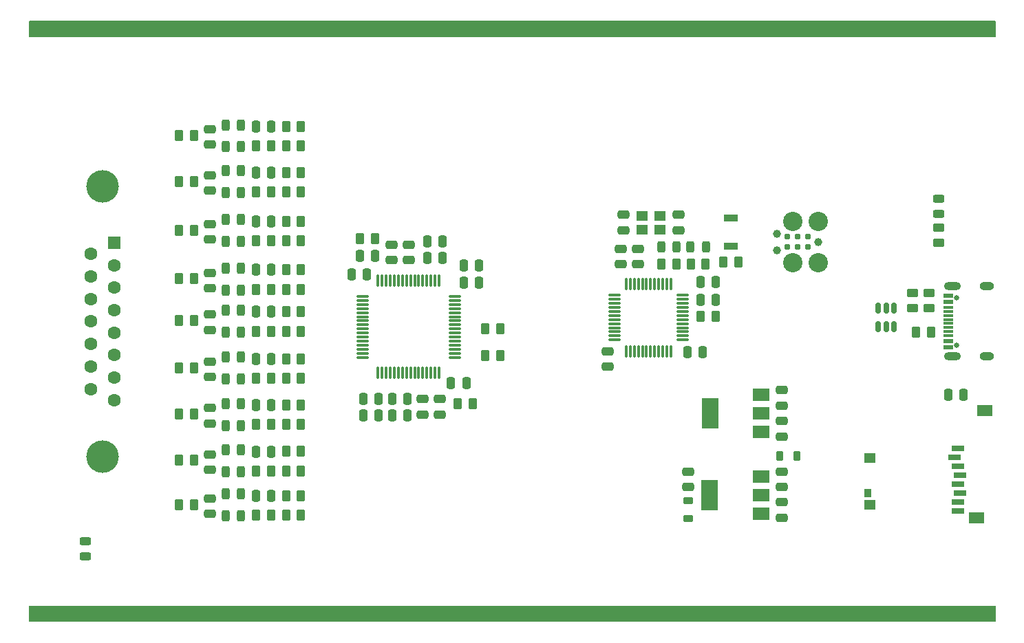
<source format=gbr>
%TF.GenerationSoftware,KiCad,Pcbnew,(7.0.0-0)*%
%TF.CreationDate,2023-03-23T21:01:42+01:00*%
%TF.ProjectId,SimpleECG_v0,53696d70-6c65-4454-9347-5f76302e6b69,rev?*%
%TF.SameCoordinates,Original*%
%TF.FileFunction,Soldermask,Top*%
%TF.FilePolarity,Negative*%
%FSLAX46Y46*%
G04 Gerber Fmt 4.6, Leading zero omitted, Abs format (unit mm)*
G04 Created by KiCad (PCBNEW (7.0.0-0)) date 2023-03-23 21:01:42*
%MOMM*%
%LPD*%
G01*
G04 APERTURE LIST*
G04 Aperture macros list*
%AMRoundRect*
0 Rectangle with rounded corners*
0 $1 Rounding radius*
0 $2 $3 $4 $5 $6 $7 $8 $9 X,Y pos of 4 corners*
0 Add a 4 corners polygon primitive as box body*
4,1,4,$2,$3,$4,$5,$6,$7,$8,$9,$2,$3,0*
0 Add four circle primitives for the rounded corners*
1,1,$1+$1,$2,$3*
1,1,$1+$1,$4,$5*
1,1,$1+$1,$6,$7*
1,1,$1+$1,$8,$9*
0 Add four rect primitives between the rounded corners*
20,1,$1+$1,$2,$3,$4,$5,0*
20,1,$1+$1,$4,$5,$6,$7,0*
20,1,$1+$1,$6,$7,$8,$9,0*
20,1,$1+$1,$8,$9,$2,$3,0*%
G04 Aperture macros list end*
%ADD10RoundRect,0.250000X-0.262500X-0.450000X0.262500X-0.450000X0.262500X0.450000X-0.262500X0.450000X0*%
%ADD11RoundRect,0.243750X-0.243750X-0.456250X0.243750X-0.456250X0.243750X0.456250X-0.243750X0.456250X0*%
%ADD12RoundRect,0.243750X0.243750X0.456250X-0.243750X0.456250X-0.243750X-0.456250X0.243750X-0.456250X0*%
%ADD13RoundRect,0.250000X0.475000X-0.250000X0.475000X0.250000X-0.475000X0.250000X-0.475000X-0.250000X0*%
%ADD14R,1.700000X0.900000*%
%ADD15RoundRect,0.250000X-0.475000X0.250000X-0.475000X-0.250000X0.475000X-0.250000X0.475000X0.250000X0*%
%ADD16RoundRect,0.250000X0.262500X0.450000X-0.262500X0.450000X-0.262500X-0.450000X0.262500X-0.450000X0*%
%ADD17RoundRect,0.150000X0.150000X-0.512500X0.150000X0.512500X-0.150000X0.512500X-0.150000X-0.512500X0*%
%ADD18RoundRect,0.250000X-0.250000X-0.475000X0.250000X-0.475000X0.250000X0.475000X-0.250000X0.475000X0*%
%ADD19R,2.000000X1.500000*%
%ADD20R,2.000000X3.800000*%
%ADD21RoundRect,0.250000X0.250000X0.475000X-0.250000X0.475000X-0.250000X-0.475000X0.250000X-0.475000X0*%
%ADD22R,1.400000X1.200000*%
%ADD23RoundRect,0.218750X0.218750X0.381250X-0.218750X0.381250X-0.218750X-0.381250X0.218750X-0.381250X0*%
%ADD24C,2.374900*%
%ADD25C,0.990600*%
%ADD26C,0.787400*%
%ADD27C,4.000000*%
%ADD28R,1.600000X1.600000*%
%ADD29C,1.600000*%
%ADD30C,0.650000*%
%ADD31R,1.150000X0.600000*%
%ADD32R,1.150000X0.300000*%
%ADD33O,2.100000X1.000000*%
%ADD34O,1.800000X1.000000*%
%ADD35RoundRect,0.243750X-0.456250X0.243750X-0.456250X-0.243750X0.456250X-0.243750X0.456250X0.243750X0*%
%ADD36R,1.500000X0.800000*%
%ADD37R,0.950000X1.000000*%
%ADD38R,1.400000X1.300000*%
%ADD39R,1.900000X1.400000*%
%ADD40RoundRect,0.250000X0.450000X-0.262500X0.450000X0.262500X-0.450000X0.262500X-0.450000X-0.262500X0*%
%ADD41RoundRect,0.250000X-0.450000X0.262500X-0.450000X-0.262500X0.450000X-0.262500X0.450000X0.262500X0*%
%ADD42RoundRect,0.075000X-0.662500X-0.075000X0.662500X-0.075000X0.662500X0.075000X-0.662500X0.075000X0*%
%ADD43RoundRect,0.075000X-0.075000X-0.662500X0.075000X-0.662500X0.075000X0.662500X-0.075000X0.662500X0*%
%ADD44RoundRect,0.218750X0.381250X-0.218750X0.381250X0.218750X-0.381250X0.218750X-0.381250X-0.218750X0*%
%ADD45RoundRect,0.075000X-0.075000X0.662500X-0.075000X-0.662500X0.075000X-0.662500X0.075000X0.662500X0*%
%ADD46RoundRect,0.075000X-0.662500X0.075000X-0.662500X-0.075000X0.662500X-0.075000X0.662500X0.075000X0*%
G04 APERTURE END LIST*
D10*
%TO.C,R31*%
X85000000Y-68693750D03*
X86825000Y-68693750D03*
%TD*%
D11*
%TO.C,D18*%
X77575000Y-68793750D03*
X79450000Y-68793750D03*
%TD*%
D12*
%TO.C,D15*%
X79450000Y-77243750D03*
X77575000Y-77243750D03*
%TD*%
D13*
%TO.C,C5*%
X126180000Y-48970000D03*
X126180000Y-47070000D03*
%TD*%
D14*
%TO.C,SW1*%
X139704999Y-46699999D03*
X139704999Y-43299999D03*
%TD*%
D15*
%TO.C,C15*%
X75612500Y-43993750D03*
X75612500Y-45893750D03*
%TD*%
D16*
%TO.C,R24*%
X86825000Y-31993750D03*
X85000000Y-31993750D03*
%TD*%
D10*
%TO.C,R14*%
X71800000Y-44743750D03*
X73625000Y-44743750D03*
%TD*%
D17*
%TO.C,U5*%
X157850000Y-56637500D03*
X158800000Y-56637500D03*
X159750000Y-56637500D03*
X159750000Y-54362500D03*
X158800000Y-54362500D03*
X157850000Y-54362500D03*
%TD*%
D10*
%TO.C,R47*%
X81287500Y-74406250D03*
X83112500Y-74406250D03*
%TD*%
D18*
%TO.C,C46*%
X166450000Y-65000000D03*
X168350000Y-65000000D03*
%TD*%
D10*
%TO.C,R11*%
X71800000Y-50743750D03*
X73625000Y-50743750D03*
%TD*%
D16*
%TO.C,R37*%
X111312500Y-60200000D03*
X109487500Y-60200000D03*
%TD*%
D10*
%TO.C,R43*%
X81287500Y-40050000D03*
X83112500Y-40050000D03*
%TD*%
D13*
%TO.C,C1*%
X128280000Y-48970000D03*
X128280000Y-47070000D03*
%TD*%
D11*
%TO.C,D2*%
X134742500Y-46820000D03*
X136617500Y-46820000D03*
%TD*%
D10*
%TO.C,R32*%
X71800000Y-73100000D03*
X73625000Y-73100000D03*
%TD*%
D19*
%TO.C,U2*%
X143449999Y-69599999D03*
X143449999Y-67299999D03*
D20*
X137149999Y-67299999D03*
D19*
X143449999Y-64999999D03*
%TD*%
D13*
%TO.C,C8*%
X126480000Y-44770000D03*
X126480000Y-42870000D03*
%TD*%
D11*
%TO.C,D16*%
X77575000Y-79943750D03*
X79450000Y-79943750D03*
%TD*%
D15*
%TO.C,C40*%
X101800000Y-65550000D03*
X101800000Y-67450000D03*
%TD*%
D19*
%TO.C,U4*%
X143399999Y-79656249D03*
X143399999Y-77356249D03*
D20*
X137099999Y-77356249D03*
D19*
X143399999Y-75056249D03*
%TD*%
D13*
%TO.C,C47*%
X134450000Y-76406250D03*
X134450000Y-74506250D03*
%TD*%
D18*
%TO.C,C6*%
X135950000Y-53300000D03*
X137850000Y-53300000D03*
%TD*%
D21*
%TO.C,C31*%
X99950000Y-67600000D03*
X98050000Y-67600000D03*
%TD*%
D11*
%TO.C,D6*%
X77575000Y-52143750D03*
X79450000Y-52143750D03*
%TD*%
D22*
%TO.C,Y1*%
X130979999Y-42969999D03*
X128779999Y-42969999D03*
X128779999Y-44669999D03*
X130979999Y-44669999D03*
%TD*%
D18*
%TO.C,C37*%
X105250000Y-63600000D03*
X107150000Y-63600000D03*
%TD*%
%TO.C,C24*%
X81250000Y-77450000D03*
X83150000Y-77450000D03*
%TD*%
D23*
%TO.C,FB1*%
X147812500Y-72556250D03*
X145687500Y-72556250D03*
%TD*%
D10*
%TO.C,R36*%
X94087500Y-45800000D03*
X95912500Y-45800000D03*
%TD*%
%TO.C,R20*%
X71800000Y-38743750D03*
X73625000Y-38743750D03*
%TD*%
D16*
%TO.C,R35*%
X107925000Y-66100000D03*
X106100000Y-66100000D03*
%TD*%
D10*
%TO.C,R42*%
X81287500Y-63000000D03*
X83112500Y-63000000D03*
%TD*%
D11*
%TO.C,D12*%
X77575000Y-40143750D03*
X79450000Y-40143750D03*
%TD*%
D12*
%TO.C,D5*%
X79450000Y-49443750D03*
X77575000Y-49443750D03*
%TD*%
D15*
%TO.C,C23*%
X75612500Y-77793750D03*
X75612500Y-79693750D03*
%TD*%
D24*
%TO.C,TC1*%
X150490000Y-48740000D03*
D25*
X150490000Y-46200000D03*
D24*
X150490000Y-43660000D03*
X147315000Y-48740000D03*
X147315000Y-43660000D03*
D25*
X145410000Y-47216000D03*
X145410000Y-45184000D03*
D26*
X149220000Y-45565000D03*
X149220000Y-46835000D03*
X147950000Y-45565000D03*
X147950000Y-46835000D03*
X146680000Y-45565000D03*
X146680000Y-46835000D03*
%TD*%
D15*
%TO.C,C10*%
X146000000Y-68260000D03*
X146000000Y-70160000D03*
%TD*%
D10*
%TO.C,R29*%
X71800000Y-67393750D03*
X73625000Y-67393750D03*
%TD*%
D15*
%TO.C,C7*%
X133280000Y-42870000D03*
X133280000Y-44770000D03*
%TD*%
D27*
%TO.C,J2*%
X62420000Y-39345000D03*
X62420000Y-72645000D03*
D28*
X63839999Y-46299999D03*
D29*
X63840000Y-49070000D03*
X63840000Y-51840000D03*
X63840000Y-54610000D03*
X63840000Y-57380000D03*
X63840000Y-60150000D03*
X63840000Y-62920000D03*
X63840000Y-65690000D03*
X61000000Y-47685000D03*
X61000000Y-50455000D03*
X61000000Y-53225000D03*
X61000000Y-55995000D03*
X61000000Y-58765000D03*
X61000000Y-61535000D03*
X61000000Y-64305000D03*
%TD*%
D30*
%TO.C,J1*%
X167500000Y-58890000D03*
X167500000Y-53110000D03*
D31*
X166424999Y-59199999D03*
X166424999Y-58399999D03*
D32*
X166424999Y-57249999D03*
X166424999Y-56249999D03*
X166424999Y-55749999D03*
X166424999Y-54749999D03*
D31*
X166424999Y-53599999D03*
X166424999Y-52799999D03*
X166424999Y-52799999D03*
X166424999Y-53599999D03*
D32*
X166424999Y-54249999D03*
X166424999Y-55249999D03*
X166424999Y-56749999D03*
X166424999Y-57749999D03*
D31*
X166424999Y-58399999D03*
X166424999Y-59199999D03*
D33*
X166999999Y-60319999D03*
D34*
X171179999Y-60319999D03*
D33*
X166999999Y-51679999D03*
D34*
X171179999Y-51679999D03*
%TD*%
D10*
%TO.C,R13*%
X85000000Y-52043750D03*
X86825000Y-52043750D03*
%TD*%
D11*
%TO.C,D8*%
X77575000Y-46143750D03*
X79450000Y-46143750D03*
%TD*%
D12*
%TO.C,D17*%
X79450000Y-66093750D03*
X77575000Y-66093750D03*
%TD*%
D10*
%TO.C,R17*%
X71800000Y-61693750D03*
X73625000Y-61693750D03*
%TD*%
D35*
%TO.C,D22*%
X165300000Y-40862500D03*
X165300000Y-42737500D03*
%TD*%
D10*
%TO.C,R45*%
X81287500Y-79850000D03*
X83112500Y-79850000D03*
%TD*%
D18*
%TO.C,C30*%
X94050000Y-47900000D03*
X95950000Y-47900000D03*
%TD*%
D10*
%TO.C,R23*%
X71800000Y-33093750D03*
X73625000Y-33093750D03*
%TD*%
D36*
%TO.C,J3*%
X167659999Y-71659999D03*
X167259999Y-72759999D03*
X167659999Y-73859999D03*
X167859999Y-74959999D03*
X167659999Y-76059999D03*
X167859999Y-77159999D03*
X167659999Y-78259999D03*
X167659999Y-79359999D03*
D37*
X156574999Y-77159999D03*
D38*
X156799999Y-78549999D03*
X156799999Y-72849999D03*
D39*
X170949999Y-66999999D03*
X169949999Y-80149999D03*
%TD*%
D16*
%TO.C,R15*%
X86825000Y-43643750D03*
X85000000Y-43643750D03*
%TD*%
D12*
%TO.C,D3*%
X79450000Y-54593750D03*
X77575000Y-54593750D03*
%TD*%
D10*
%TO.C,R46*%
X81287500Y-68700000D03*
X83112500Y-68700000D03*
%TD*%
D11*
%TO.C,D1*%
X131142500Y-46820000D03*
X133017500Y-46820000D03*
%TD*%
D12*
%TO.C,D9*%
X79450000Y-60393750D03*
X77575000Y-60393750D03*
%TD*%
D10*
%TO.C,R8*%
X71800000Y-55893750D03*
X73625000Y-55893750D03*
%TD*%
D16*
%TO.C,R30*%
X86825000Y-66293750D03*
X85000000Y-66293750D03*
%TD*%
D40*
%TO.C,R48*%
X165300000Y-46312500D03*
X165300000Y-44487500D03*
%TD*%
D18*
%TO.C,C20*%
X81250000Y-37650000D03*
X83150000Y-37650000D03*
%TD*%
D10*
%TO.C,R5*%
X134767500Y-48920000D03*
X136592500Y-48920000D03*
%TD*%
D21*
%TO.C,C43*%
X96350000Y-67600000D03*
X94450000Y-67600000D03*
%TD*%
D11*
%TO.C,D14*%
X77575000Y-34493750D03*
X79450000Y-34493750D03*
%TD*%
D12*
%TO.C,D11*%
X79450000Y-37443750D03*
X77575000Y-37443750D03*
%TD*%
D10*
%TO.C,R26*%
X71800000Y-78543750D03*
X73625000Y-78543750D03*
%TD*%
D18*
%TO.C,C16*%
X81250000Y-43650000D03*
X83150000Y-43650000D03*
%TD*%
D10*
%TO.C,R2*%
X131167500Y-48920000D03*
X132992500Y-48920000D03*
%TD*%
D12*
%TO.C,D19*%
X79450000Y-71800000D03*
X77575000Y-71800000D03*
%TD*%
D10*
%TO.C,R28*%
X85000000Y-79843750D03*
X86825000Y-79843750D03*
%TD*%
D15*
%TO.C,C36*%
X103900000Y-65550000D03*
X103900000Y-67450000D03*
%TD*%
D18*
%TO.C,C39*%
X102350000Y-48200000D03*
X104250000Y-48200000D03*
%TD*%
%TO.C,C14*%
X81250000Y-49650000D03*
X83150000Y-49650000D03*
%TD*%
D10*
%TO.C,R22*%
X85000000Y-40043750D03*
X86825000Y-40043750D03*
%TD*%
D15*
%TO.C,C9*%
X146000000Y-64460000D03*
X146000000Y-66360000D03*
%TD*%
%TO.C,C13*%
X75612500Y-49993750D03*
X75612500Y-51893750D03*
%TD*%
%TO.C,C17*%
X75612500Y-60943750D03*
X75612500Y-62843750D03*
%TD*%
D18*
%TO.C,C28*%
X81250000Y-72006250D03*
X83150000Y-72006250D03*
%TD*%
D12*
%TO.C,D7*%
X79450000Y-43443750D03*
X77575000Y-43443750D03*
%TD*%
%TO.C,D13*%
X79450000Y-31793750D03*
X77575000Y-31793750D03*
%TD*%
D41*
%TO.C,R7*%
X164125000Y-52495000D03*
X164125000Y-54320000D03*
%TD*%
D15*
%TO.C,C4*%
X124580000Y-59670000D03*
X124580000Y-61570000D03*
%TD*%
D16*
%TO.C,R18*%
X86825000Y-60593750D03*
X85000000Y-60593750D03*
%TD*%
D15*
%TO.C,C25*%
X75612500Y-66643750D03*
X75612500Y-68543750D03*
%TD*%
D10*
%TO.C,R44*%
X81287500Y-34400000D03*
X83112500Y-34400000D03*
%TD*%
%TO.C,R40*%
X81287500Y-52050000D03*
X83112500Y-52050000D03*
%TD*%
D16*
%TO.C,R38*%
X111312500Y-56900000D03*
X109487500Y-56900000D03*
%TD*%
D11*
%TO.C,D4*%
X77575000Y-57293750D03*
X79450000Y-57293750D03*
%TD*%
D18*
%TO.C,C12*%
X81250000Y-54800000D03*
X83150000Y-54800000D03*
%TD*%
D35*
%TO.C,D21*%
X60300000Y-83062500D03*
X60300000Y-84937500D03*
%TD*%
D11*
%TO.C,D10*%
X77575000Y-63093750D03*
X79450000Y-63093750D03*
%TD*%
D13*
%TO.C,C35*%
X100100000Y-48450000D03*
X100100000Y-46550000D03*
%TD*%
D18*
%TO.C,C26*%
X81250000Y-66300000D03*
X83150000Y-66300000D03*
%TD*%
D11*
%TO.C,D20*%
X77575000Y-74500000D03*
X79450000Y-74500000D03*
%TD*%
D10*
%TO.C,R34*%
X85000000Y-74400000D03*
X86825000Y-74400000D03*
%TD*%
D18*
%TO.C,C22*%
X81250000Y-32000000D03*
X83150000Y-32000000D03*
%TD*%
%TO.C,C33*%
X106850000Y-51200000D03*
X108750000Y-51200000D03*
%TD*%
D21*
%TO.C,C29*%
X94950000Y-50200000D03*
X93050000Y-50200000D03*
%TD*%
D10*
%TO.C,R39*%
X81287500Y-57200000D03*
X83112500Y-57200000D03*
%TD*%
D13*
%TO.C,C34*%
X98000000Y-48450000D03*
X98000000Y-46550000D03*
%TD*%
D15*
%TO.C,C45*%
X145950000Y-78256250D03*
X145950000Y-80156250D03*
%TD*%
D16*
%TO.C,R3*%
X137812500Y-55400000D03*
X135987500Y-55400000D03*
%TD*%
%TO.C,R1*%
X140617500Y-48700000D03*
X138792500Y-48700000D03*
%TD*%
D21*
%TO.C,C42*%
X96350000Y-65500000D03*
X94450000Y-65500000D03*
%TD*%
D15*
%TO.C,C27*%
X75612500Y-72350000D03*
X75612500Y-74250000D03*
%TD*%
D10*
%TO.C,R25*%
X85000000Y-34393750D03*
X86825000Y-34393750D03*
%TD*%
D18*
%TO.C,C18*%
X81250000Y-60600000D03*
X83150000Y-60600000D03*
%TD*%
D21*
%TO.C,C41*%
X99950000Y-65500000D03*
X98050000Y-65500000D03*
%TD*%
D16*
%TO.C,R21*%
X86825000Y-37643750D03*
X85000000Y-37643750D03*
%TD*%
D10*
%TO.C,R19*%
X85000000Y-62993750D03*
X86825000Y-62993750D03*
%TD*%
D16*
%TO.C,R12*%
X86825000Y-49643750D03*
X85000000Y-49643750D03*
%TD*%
%TO.C,R9*%
X86825000Y-54793750D03*
X85000000Y-54793750D03*
%TD*%
D15*
%TO.C,C19*%
X75612500Y-37993750D03*
X75612500Y-39893750D03*
%TD*%
D18*
%TO.C,C2*%
X135950000Y-51100000D03*
X137850000Y-51100000D03*
%TD*%
%TO.C,C38*%
X102350000Y-46100000D03*
X104250000Y-46100000D03*
%TD*%
D16*
%TO.C,R6*%
X164327500Y-57300000D03*
X162502500Y-57300000D03*
%TD*%
D10*
%TO.C,R10*%
X85000000Y-57193750D03*
X86825000Y-57193750D03*
%TD*%
D15*
%TO.C,C21*%
X75612500Y-32343750D03*
X75612500Y-34243750D03*
%TD*%
D18*
%TO.C,C32*%
X106850000Y-49100000D03*
X108750000Y-49100000D03*
%TD*%
D42*
%TO.C,U3*%
X94387500Y-52912500D03*
X94387500Y-53412500D03*
X94387500Y-53912500D03*
X94387500Y-54412500D03*
X94387500Y-54912500D03*
X94387500Y-55412500D03*
X94387500Y-55912500D03*
X94387500Y-56412500D03*
X94387500Y-56912500D03*
X94387500Y-57412500D03*
X94387500Y-57912500D03*
X94387500Y-58412500D03*
X94387500Y-58912500D03*
X94387500Y-59412500D03*
X94387500Y-59912500D03*
X94387500Y-60412500D03*
D43*
X96300000Y-62325000D03*
X96800000Y-62325000D03*
X97300000Y-62325000D03*
X97800000Y-62325000D03*
X98300000Y-62325000D03*
X98800000Y-62325000D03*
X99300000Y-62325000D03*
X99800000Y-62325000D03*
X100300000Y-62325000D03*
X100800000Y-62325000D03*
X101300000Y-62325000D03*
X101800000Y-62325000D03*
X102300000Y-62325000D03*
X102800000Y-62325000D03*
X103300000Y-62325000D03*
X103800000Y-62325000D03*
D42*
X105712500Y-60412500D03*
X105712500Y-59912500D03*
X105712500Y-59412500D03*
X105712500Y-58912500D03*
X105712500Y-58412500D03*
X105712500Y-57912500D03*
X105712500Y-57412500D03*
X105712500Y-56912500D03*
X105712500Y-56412500D03*
X105712500Y-55912500D03*
X105712500Y-55412500D03*
X105712500Y-54912500D03*
X105712500Y-54412500D03*
X105712500Y-53912500D03*
X105712500Y-53412500D03*
X105712500Y-52912500D03*
D43*
X103800000Y-51000000D03*
X103300000Y-51000000D03*
X102800000Y-51000000D03*
X102300000Y-51000000D03*
X101800000Y-51000000D03*
X101300000Y-51000000D03*
X100800000Y-51000000D03*
X100300000Y-51000000D03*
X99800000Y-51000000D03*
X99300000Y-51000000D03*
X98800000Y-51000000D03*
X98300000Y-51000000D03*
X97800000Y-51000000D03*
X97300000Y-51000000D03*
X96800000Y-51000000D03*
X96300000Y-51000000D03*
%TD*%
D10*
%TO.C,R16*%
X85000000Y-46043750D03*
X86825000Y-46043750D03*
%TD*%
D15*
%TO.C,C11*%
X75612500Y-55143750D03*
X75612500Y-57043750D03*
%TD*%
D10*
%TO.C,R41*%
X81287500Y-46050000D03*
X83112500Y-46050000D03*
%TD*%
D15*
%TO.C,C44*%
X145950000Y-74506250D03*
X145950000Y-76406250D03*
%TD*%
D18*
%TO.C,C3*%
X134350000Y-59800000D03*
X136250000Y-59800000D03*
%TD*%
D44*
%TO.C,FB2*%
X134450000Y-80218750D03*
X134450000Y-78093750D03*
%TD*%
D40*
%TO.C,R4*%
X162015000Y-54325000D03*
X162015000Y-52500000D03*
%TD*%
D16*
%TO.C,R33*%
X86825000Y-72000000D03*
X85000000Y-72000000D03*
%TD*%
D45*
%TO.C,U1*%
X132330000Y-51357500D03*
X131830000Y-51357500D03*
X131330000Y-51357500D03*
X130830000Y-51357500D03*
X130330000Y-51357500D03*
X129830000Y-51357500D03*
X129330000Y-51357500D03*
X128830000Y-51357500D03*
X128330000Y-51357500D03*
X127830000Y-51357500D03*
X127330000Y-51357500D03*
X126830000Y-51357500D03*
D46*
X125417500Y-52770000D03*
X125417500Y-53270000D03*
X125417500Y-53770000D03*
X125417500Y-54270000D03*
X125417500Y-54770000D03*
X125417500Y-55270000D03*
X125417500Y-55770000D03*
X125417500Y-56270000D03*
X125417500Y-56770000D03*
X125417500Y-57270000D03*
X125417500Y-57770000D03*
X125417500Y-58270000D03*
D45*
X126830000Y-59682500D03*
X127330000Y-59682500D03*
X127830000Y-59682500D03*
X128330000Y-59682500D03*
X128830000Y-59682500D03*
X129330000Y-59682500D03*
X129830000Y-59682500D03*
X130330000Y-59682500D03*
X130830000Y-59682500D03*
X131330000Y-59682500D03*
X131830000Y-59682500D03*
X132330000Y-59682500D03*
D46*
X133742500Y-58270000D03*
X133742500Y-57770000D03*
X133742500Y-57270000D03*
X133742500Y-56770000D03*
X133742500Y-56270000D03*
X133742500Y-55770000D03*
X133742500Y-55270000D03*
X133742500Y-54770000D03*
X133742500Y-54270000D03*
X133742500Y-53770000D03*
X133742500Y-53270000D03*
X133742500Y-52770000D03*
%TD*%
D16*
%TO.C,R27*%
X86825000Y-77443750D03*
X85000000Y-77443750D03*
%TD*%
G36*
X172250500Y-91013263D02*
G01*
X172286737Y-91049500D01*
X172300000Y-91099000D01*
X172300000Y-92901000D01*
X172286737Y-92950500D01*
X172250500Y-92986737D01*
X172201000Y-93000000D01*
X53399000Y-93000000D01*
X53349500Y-92986737D01*
X53313263Y-92950500D01*
X53300000Y-92901000D01*
X53300000Y-91099000D01*
X53313263Y-91049500D01*
X53349500Y-91013263D01*
X53399000Y-91000000D01*
X172201000Y-91000000D01*
X172250500Y-91013263D01*
G37*
G36*
X172250500Y-19013263D02*
G01*
X172286737Y-19049500D01*
X172300000Y-19099000D01*
X172300000Y-20901000D01*
X172286737Y-20950500D01*
X172250500Y-20986737D01*
X172201000Y-21000000D01*
X53399000Y-21000000D01*
X53349500Y-20986737D01*
X53313263Y-20950500D01*
X53300000Y-20901000D01*
X53300000Y-19099000D01*
X53313263Y-19049500D01*
X53349500Y-19013263D01*
X53399000Y-19000000D01*
X172201000Y-19000000D01*
X172250500Y-19013263D01*
G37*
M02*

</source>
